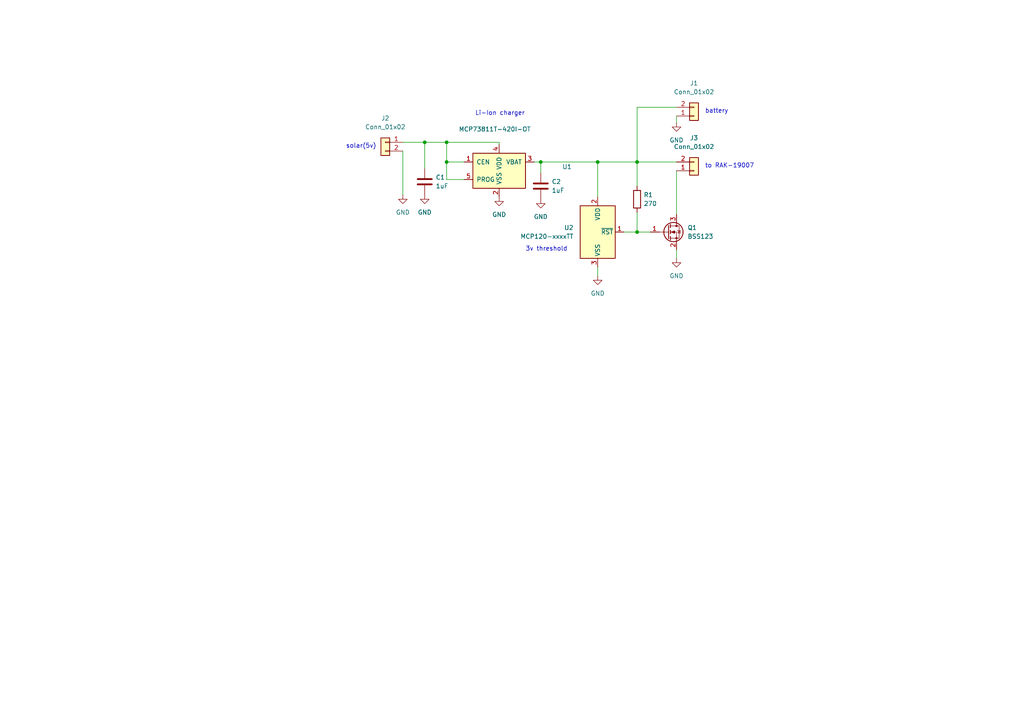
<source format=kicad_sch>
(kicad_sch (version 20211123) (generator eeschema)
  (paper "A4")
  (lib_symbols
    (symbol "Battery_Management:MCP73811T-420I-OT" (pin_names (offset 1.016))
      (property "Reference" "U" (at -6.35 6.35 0))
      (property "Value" "MCP73811T-420I-OT" (at 1.27 6.35 0))
      (symbol "MCP73811T-420I-OT_0_1"
        (rectangle (start -7.62 5.08) (end 7.62 -5.08) (stroke (width 0.254)) (fill (type background)))
      )
      (symbol "MCP73811T-420I-OT_1_1"
        (pin input line (at -10.16 2.54 0) (length 2.54) (name "CEN") (number "1"))
        (pin power_in line (at 0 -7.62 90) (length 2.54) (name "VSS") (number "2"))
        (pin power_out line (at 10.16 2.54 180) (length 2.54) (name "VBAT") (number "3"))
        (pin power_in line (at 0 7.62 270) (length 2.54) (name "VDD") (number "4"))
        (pin input line (at -10.16 -2.54 0) (length 2.54) (name "PROG") (number "5"))
      )
    )
    (symbol "Connector_Generic:Conn_01x02" (pin_names (offset 1.016) hide)
      (property "Reference" "J" (at 0 2.54 0))
      (property "Value" "Conn_01x02" (at 0 -5.08 0))
      (symbol "Conn_01x02_1_1"
        (rectangle (start -1.27 -2.413) (end 0 -2.667) (stroke (width 0.1524)))
        (rectangle (start -1.27 0.127) (end 0 -0.127) (stroke (width 0.1524)))
        (rectangle (start -1.27 1.27) (end 1.27 -3.81) (stroke (width 0.254)) (fill (type background)))
        (pin passive line (at -5.08 0 0) (length 3.81) (name "Pin_1") (number "1"))
        (pin passive line (at -5.08 -2.54 0) (length 3.81) (name "Pin_2") (number "2"))
      )
    )
    (symbol "Device:C" (pin_numbers hide) (pin_names (offset 0.254))
      (property "Reference" "C" (at 0.635 2.54 0))
      (property "Value" "C" (at 0.635 -2.54 0))
      (symbol "C_0_1"
        (polyline (pts (xy -2.032 -0.762) (xy 2.032 -0.762)) (stroke (width 0.508)))
        (polyline (pts (xy -2.032 0.762) (xy 2.032 0.762)) (stroke (width 0.508)))
      )
      (symbol "C_1_1"
        (pin passive line (at 0 3.81 270) (length 2.794) (name "~") (number "1"))
        (pin passive line (at 0 -3.81 90) (length 2.794) (name "~") (number "2"))
      )
    )
    (symbol "Device:R" (pin_numbers hide) (pin_names (offset 0))
      (property "Reference" "R" (at 2.032 0 90))
      (property "Value" "R" (at 0 0 90))
      (symbol "R_0_1"
        (rectangle (start -1.016 -2.54) (end 1.016 2.54) (stroke (width 0.254)))
      )
      (symbol "R_1_1"
        (pin passive line (at 0 3.81 270) (length 1.27) (name "~") (number "1"))
        (pin passive line (at 0 -3.81 90) (length 1.27) (name "~") (number "2"))
      )
    )
    (symbol "Power_Supervisor:MCP120-xxxxTT"
      (property "Reference" "U" (at -5.08 8.89 0))
      (property "Value" "MCP120-xxxxTT" (at 8.89 8.89 0))
      (symbol "MCP120-xxxxTT_0_1"
        (rectangle (start 5.08 7.62) (end -5.08 -7.62) (stroke (width 0.254)) (fill (type background)))
      )
      (symbol "MCP120-xxxxTT_1_1"
        (pin open_collector line (at 7.62 0 180) (length 2.54) (name "~{RST}") (number "1"))
        (pin power_in line (at 0 10.16 270) (length 2.54) (name "VDD") (number "2"))
        (pin power_in line (at 0 -10.16 90) (length 2.54) (name "VSS") (number "3"))
      )
    )
    (symbol "Transistor_FET:BSS123" (pin_names hide)
      (property "Reference" "Q" (at 5.08 1.905 0))
      (property "Value" "BSS123" (at 5.08 0 0))
      (symbol "BSS123_0_1"
        (polyline (pts (xy 0.254 0) (xy -2.54 0)))
        (polyline (pts (xy 0.254 1.905) (xy 0.254 -1.905)) (stroke (width 0.254)))
        (polyline (pts (xy 0.762 -1.27) (xy 0.762 -2.286)) (stroke (width 0.254)))
        (polyline (pts (xy 0.762 0.508) (xy 0.762 -0.508)) (stroke (width 0.254)))
        (polyline (pts (xy 0.762 2.286) (xy 0.762 1.27)) (stroke (width 0.254)))
        (polyline (pts (xy 2.54 2.54) (xy 2.54 1.778)))
        (polyline (pts (xy 2.54 -2.54) (xy 2.54 0) (xy 0.762 0)))
        (polyline (pts (xy 0.762 -1.778) (xy 3.302 -1.778) (xy 3.302 1.778) (xy 0.762 1.778)))
        (polyline (pts (xy 1.016 0) (xy 2.032 0.381) (xy 2.032 -0.381) (xy 1.016 0)) (fill (type outline)))
        (polyline (pts (xy 2.794 0.508) (xy 2.921 0.381) (xy 3.683 0.381) (xy 3.81 0.254)))
        (polyline (pts (xy 3.302 0.381) (xy 2.921 -0.254) (xy 3.683 -0.254) (xy 3.302 0.381)))
        (circle (center 1.651 0) (radius 2.794) (stroke (width 0.254)))
        (circle (center 2.54 -1.778) (radius 0.254) (fill (type outline)))
        (circle (center 2.54 1.778) (radius 0.254) (fill (type outline)))
      )
      (symbol "BSS123_1_1"
        (pin input line (at -5.08 0 0) (length 2.54) (name "G") (number "1"))
        (pin passive line (at 2.54 -5.08 90) (length 2.54) (name "S") (number "2"))
        (pin passive line (at 2.54 5.08 270) (length 2.54) (name "D") (number "3"))
      )
    )
    (symbol "power:GND" (power) (pin_names (offset 0))
      (property "Value" "GND" (at 0 -3.81 0))
      (symbol "GND_0_1"
        (polyline (pts (xy 0 0) (xy 0 -1.27) (xy 1.27 -1.27) (xy 0 -2.54) (xy -1.27 -1.27) (xy 0 -1.27)))
      )
      (symbol "GND_1_1"
        (pin power_in line (at 0 0 270) (length 0) hide (name "GND") (number "1"))
      )
    )
  )
  (junction (at 173.355 46.99))
  (junction (at 123.19 41.275))
  (junction (at 184.785 67.31))
  (junction (at 156.845 46.99))
  (junction (at 129.54 41.275))
  (junction (at 129.54 46.99))
  (junction (at 184.785 46.99))
  (wire (pts (xy 134.62 46.99) (xy 129.54 46.99)))
  (wire (pts (xy 116.84 41.275) (xy 123.19 41.275)))
  (wire (pts (xy 196.215 33.655) (xy 196.215 35.56)))
  (wire (pts (xy 184.785 67.31) (xy 188.595 67.31)))
  (wire (pts (xy 173.355 77.47) (xy 173.355 80.01)))
  (wire (pts (xy 134.62 52.07) (xy 129.54 52.07)))
  (wire (pts (xy 144.78 41.91) (xy 144.78 41.275)))
  (wire (pts (xy 184.785 53.975) (xy 184.785 46.99)))
  (wire (pts (xy 156.845 46.99) (xy 156.845 50.165)))
  (wire (pts (xy 184.785 46.99) (xy 196.215 46.99)))
  (wire (pts (xy 173.355 46.99) (xy 173.355 57.15)))
  (wire (pts (xy 173.355 46.99) (xy 184.785 46.99)))
  (wire (pts (xy 144.78 41.275) (xy 129.54 41.275)))
  (wire (pts (xy 196.215 72.39) (xy 196.215 74.93)))
  (wire (pts (xy 129.54 41.275) (xy 129.54 46.99)))
  (wire (pts (xy 129.54 41.275) (xy 123.19 41.275)))
  (wire (pts (xy 196.215 31.115) (xy 184.785 31.115)))
  (wire (pts (xy 180.975 67.31) (xy 184.785 67.31)))
  (wire (pts (xy 154.94 46.99) (xy 156.845 46.99)))
  (wire (pts (xy 116.84 43.815) (xy 116.84 56.515)))
  (wire (pts (xy 123.19 48.895) (xy 123.19 41.275)))
  (wire (pts (xy 184.785 61.595) (xy 184.785 67.31)))
  (wire (pts (xy 184.785 31.115) (xy 184.785 46.99)))
  (wire (pts (xy 156.845 46.99) (xy 173.355 46.99)))
  (wire (pts (xy 129.54 46.99) (xy 129.54 52.07)))
  (wire (pts (xy 196.215 49.53) (xy 196.215 62.23)))
  (text "Li-Ion charger" (at 137.795 33.655 0) (effects (font (size 1.27 1.27)) (justify left bottom)))
  (text "to RAK-19007" (at 204.47 48.895 0) (effects (font (size 1.27 1.27)) (justify left bottom)))
  (text "3v threshold" (at 152.4 73.025 0) (effects (font (size 1.27 1.27)) (justify left bottom)))
  (text "battery" (at 204.47 33.02 0) (effects (font (size 1.27 1.27)) (justify left bottom)))
  (text "solar(5v)" (at 100.33 43.18 0) (effects (font (size 1.27 1.27)) (justify left bottom)))
  (symbol (lib_id "Device:C") (at 156.845 53.975 0) (unit 1)
    (property "Reference" "C2" (at 160.02 52.7049 0) (effects (justify left)))
    (property "Value" "1uF" (at 160.02 55.2449 0) (effects (justify left)))
    (property "Footprint" "Capacitor_SMD:C_0805_2012Metric" (effects hide))
  )
  (symbol (lib_id "power:GND") (at 196.215 35.56 0) (unit 1)
    (property "Reference" "#PWR01" (effects hide))
    (property "Value" "GND" (at 196.215 40.64 0))
  )
  (symbol (lib_id "power:GND") (at 116.84 56.515 0) (unit 1)
    (property "Reference" "#PWR02" (effects hide))
    (property "Value" "GND" (at 116.84 61.595 0))
  )
  (symbol (lib_id "Power_Supervisor:MCP120-xxxxTT") (at 173.355 67.31 0) (unit 1)
    (property "Reference" "U2" (at 166.37 66.0399 0) (effects (justify right)))
    (property "Value" "MCP120-xxxxTT" (at 166.37 68.5799 0) (effects (justify right)))
    (property "Footprint" "Package_TO_SOT_SMD:SOT-23" (effects hide))
    (property "Datasheet" "http://ww1.microchip.com/downloads/en/DeviceDoc/11184d.pdf" (effects hide))
  )
  (symbol (lib_id "power:GND") (at 156.845 57.785 0) (unit 1)
    (property "Reference" "#PWR05" (effects hide))
    (property "Value" "GND" (at 156.845 62.865 0))
  )
  (symbol (lib_id "Battery_Management:MCP73811T-420I-OT") (at 144.78 49.53 0) (unit 1)
    (property "Reference" "U1" (at 164.465 48.3743 0))
    (property "Value" "MCP73811T-420I-OT" (at 143.51 37.465 0))
    (property "Footprint" "Package_TO_SOT_SMD:SOT-23-5" (effects hide))
    (property "Datasheet" "http://ww1.microchip.com/downloads/en/DeviceDoc/22036b.pdf" (effects hide))
  )
  (symbol (lib_id "Connector_Generic:Conn_01x02") (at 201.295 49.53 0) (mirror x) (unit 1)
    (property "Reference" "J3" (at 201.295 40.005 0))
    (property "Value" "Conn_01x02" (at 201.295 42.545 0))
    (property "Footprint" "Connector_JST:JST_PH_B2B-PH-K_1x02_P2.00mm_Vertical" (effects hide))
  )
  (symbol (lib_id "Device:C") (at 123.19 52.705 0) (unit 1)
    (property "Reference" "C1" (at 126.365 51.4349 0) (effects (justify left)))
    (property "Value" "1uF" (at 126.365 53.9749 0) (effects (justify left)))
    (property "Footprint" "Capacitor_SMD:C_0805_2012Metric" (effects hide))
  )
  (symbol (lib_id "Device:R") (at 184.785 57.785 0) (unit 1)
    (property "Reference" "R1" (at 186.69 56.5149 0) (effects (justify left)))
    (property "Value" "270" (at 186.69 59.0549 0) (effects (justify left)))
    (property "Footprint" "Resistor_SMD:R_0603_1608Metric" (effects hide))
  )
  (symbol (lib_id "Connector_Generic:Conn_01x02") (at 111.76 41.275 0) (mirror y) (unit 1)
    (property "Reference" "J2" (at 111.76 34.29 0))
    (property "Value" "Conn_01x02" (at 111.76 36.83 0))
    (property "Footprint" "Connector_JST:JST_PH_B2B-PH-K_1x02_P2.00mm_Vertical" (effects hide))
  )
  (symbol (lib_id "power:GND") (at 173.355 80.01 0) (unit 1)
    (property "Reference" "#PWR07" (effects hide))
    (property "Value" "GND" (at 173.355 85.09 0))
  )
  (symbol (lib_id "power:GND") (at 196.215 74.93 0) (unit 1)
    (property "Reference" "#PWR06" (effects hide))
    (property "Value" "GND" (at 196.215 80.01 0))
  )
  (symbol (lib_id "Connector_Generic:Conn_01x02") (at 201.295 33.655 0) (mirror x) (unit 1)
    (property "Reference" "J1" (at 201.295 24.13 0))
    (property "Value" "Conn_01x02" (at 201.295 26.67 0))
    (property "Footprint" "Connector_JST:JST_PH_B2B-PH-K_1x02_P2.00mm_Vertical" (effects hide))
  )
  (symbol (lib_id "Transistor_FET:BSS123") (at 193.675 67.31 0) (unit 1)
    (property "Reference" "Q1" (at 199.39 66.0399 0) (effects (justify left)))
    (property "Value" "BSS123" (at 199.39 68.5799 0) (effects (justify left)))
    (property "Footprint" "Package_TO_SOT_SMD:SOT-23" (effects hide))
    (property "Datasheet" "http://www.diodes.com/assets/Datasheets/ds30366.pdf" (effects hide))
  )
  (symbol (lib_id "power:GND") (at 123.19 56.515 0) (unit 1)
    (property "Reference" "#PWR03" (effects hide))
    (property "Value" "GND" (at 123.19 61.595 0))
  )
  (symbol (lib_id "power:GND") (at 144.78 57.15 0) (unit 1)
    (property "Reference" "#PWR04" (effects hide))
    (property "Value" "GND" (at 144.78 62.23 0))
  )
)
</source>
